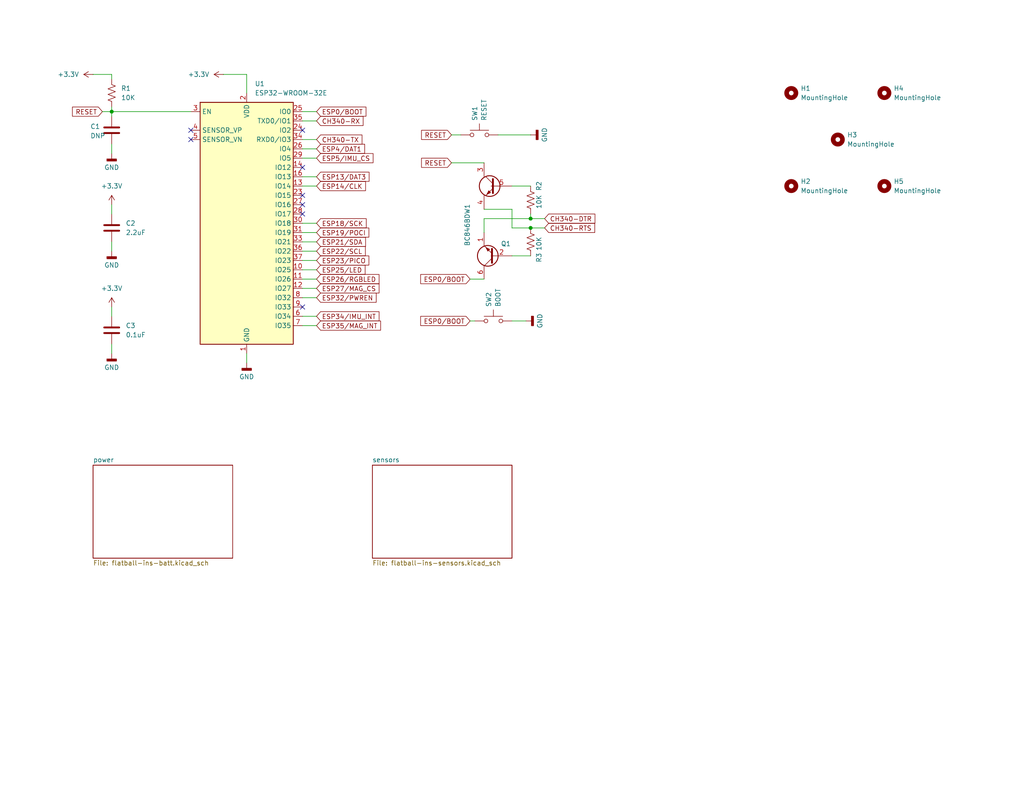
<source format=kicad_sch>
(kicad_sch (version 20250114) (generator "eeschema") (generator_version "9.0")
  (paper "A")
  (lib_symbols
    (symbol "BC847_1" (pin_names (offset 0) (hide yes))
      (property "Reference" "Q1" (at 5.08 1.2701 0))
      (property "Value" "BC846BDW1" (at 5.08 -1.2699 0))
      (symbol "BC847_1_0_1"
        (circle (center 21.336 6.35) (radius 2.8194) (stroke (width 0.254)))
        (polyline (pts (xy 21.844 4.572) (xy 21.336 5.08) (xy 20.828 4.064) (xy 21.844 4.572) (xy 21.844 4.572)) (fill (type outline)))
        (circle (center 21.844 -12.7) (radius 2.8194) (stroke (width 0.254)))
        (polyline (pts (xy 22.098 -10.922) (xy 21.59 -11.43) (xy 21.082 -10.414) (xy 22.098 -10.922) (xy 22.098 -10.922)) (fill (type outline)))
        (polyline (pts (xy 22.479 8.255) (xy 22.479 4.445) (xy 22.479 4.445)) (stroke (width 0.508)))
        (polyline (pts (xy 22.479 6.985) (xy 20.574 8.89)))
        (polyline (pts (xy 22.479 5.715) (xy 20.574 3.81) (xy 20.574 3.81)))
        (polyline (pts (xy 22.733 -12.065) (xy 20.828 -10.16) (xy 20.828 -10.16)))
        (polyline (pts (xy 22.733 -13.335) (xy 20.828 -15.24)))
        (polyline (pts (xy 22.733 -14.605) (xy 22.733 -10.795) (xy 22.733 -10.795)) (stroke (width 0.508)))
      )
      (symbol "BC847_1_1_1"
        (pin input line (at 20.32 12.7 270) (length 3.81) (name "C") (number "6"))
        (pin input line (at 20.32 0 90) (length 3.81) (name "E") (number "1"))
        (pin input line (at 20.32 -6.35 270) (length 3.81) (name "E") (number "4"))
        (pin input line (at 20.32 -19.05 90) (length 3.81) (name "C") (number "3"))
        (pin input line (at 27.94 6.35 180) (length 5.715) (name "B") (number "2"))
        (pin input line (at 27.94 -12.7 180) (length 5.715) (name "C") (number "5"))
      )
    )
    (symbol "Device:C" (pin_numbers (hide yes)) (pin_names (offset 0.254))
      (property "Reference" "C" (at 0.635 2.54 0))
      (property "Value" "C" (at 0.635 -2.54 0))
      (symbol "C_0_1"
        (polyline (pts (xy -2.032 0.762) (xy 2.032 0.762)) (stroke (width 0.508)))
        (polyline (pts (xy -2.032 -0.762) (xy 2.032 -0.762)) (stroke (width 0.508)))
      )
      (symbol "C_1_1"
        (pin passive line (at 0 3.81 270) (length 2.794) (name "~") (number "1"))
        (pin passive line (at 0 -3.81 90) (length 2.794) (name "~") (number "2"))
      )
    )
    (symbol "Device:R_US" (pin_numbers (hide yes)) (pin_names (offset 0))
      (property "Reference" "R" (at 2.54 0 90))
      (property "Value" "R_US" (at -2.54 0 90))
      (symbol "R_US_0_1"
        (polyline (pts (xy 0 2.286) (xy 0 2.54)))
        (polyline (pts (xy 0 2.286) (xy 1.016 1.905) (xy 0 1.524) (xy -1.016 1.143) (xy 0 0.762)))
        (polyline (pts (xy 0 0.762) (xy 1.016 0.381) (xy 0 0) (xy -1.016 -0.381) (xy 0 -0.762)))
        (polyline (pts (xy 0 -0.762) (xy 1.016 -1.143) (xy 0 -1.524) (xy -1.016 -1.905) (xy 0 -2.286)))
        (polyline (pts (xy 0 -2.286) (xy 0 -2.54)))
      )
      (symbol "R_US_1_1"
        (pin passive line (at 0 3.81 270) (length 1.27) (name "~") (number "1"))
        (pin passive line (at 0 -3.81 90) (length 1.27) (name "~") (number "2"))
      )
    )
    (symbol "Mechanical:MountingHole" (pin_names (offset 1.016)) (exclude_from_sim yes) (in_bom no)
      (property "Reference" "H" (at 0 5.08 0))
      (property "Value" "MountingHole" (at 0 3.175 0))
      (symbol "MountingHole_0_1"
        (circle (center 0 0) (radius 1.27) (stroke (width 1.27)))
      )
    )
    (symbol "RF_Module:ESP32-WROOM-32E"
      (property "Reference" "U" (at -12.7 34.29 0))
      (property "Value" "ESP32-WROOM-32E" (at 1.27 34.29 0))
      (symbol "ESP32-WROOM-32E_0_1"
        (rectangle (start -12.7 33.02) (end 12.7 -33.02) (stroke (width 0.254)) (fill (type background)))
      )
      (symbol "ESP32-WROOM-32E_1_1"
        (pin input line (at -15.24 30.48 0) (length 2.54) (name "EN") (number "3"))
        (pin input line (at -15.24 25.4 0) (length 2.54) (name "SENSOR_VP") (number "4"))
        (pin input line (at -15.24 22.86 0) (length 2.54) (name "SENSOR_VN") (number "5"))
        (pin no_connect line (at -12.7 0 0) (length 2.54) (hide yes) (name "NC") (number "21"))
        (pin no_connect line (at -12.7 -2.54 0) (length 2.54) (hide yes) (name "NC") (number "22"))
        (pin no_connect line (at -12.7 -5.08 0) (length 2.54) (hide yes) (name "NC") (number "17"))
        (pin no_connect line (at -12.7 -7.62 0) (length 2.54) (hide yes) (name "NC") (number "18"))
        (pin no_connect line (at -12.7 -10.16 0) (length 2.54) (hide yes) (name "NC") (number "20"))
        (pin no_connect line (at -12.7 -12.7 0) (length 2.54) (hide yes) (name "NC") (number "19"))
        (pin no_connect line (at -12.7 -27.94 0) (length 2.54) (hide yes) (name "NC") (number "32"))
        (pin power_in line (at 0 35.56 270) (length 2.54) (name "VDD") (number "2"))
        (pin power_in line (at 0 -35.56 90) (length 2.54) (name "GND") (number "1"))
        (pin passive line (at 0 -35.56 90) (length 2.54) (hide yes) (name "GND") (number "15"))
        (pin passive line (at 0 -35.56 90) (length 2.54) (hide yes) (name "GND") (number "38"))
        (pin passive line (at 0 -35.56 90) (length 2.54) (hide yes) (name "GND") (number "39"))
        (pin bidirectional line (at 15.24 30.48 180) (length 2.54) (name "IO0") (number "25"))
        (pin bidirectional line (at 15.24 27.94 180) (length 2.54) (name "TXD0/IO1") (number "35"))
        (pin bidirectional line (at 15.24 25.4 180) (length 2.54) (name "IO2") (number "24"))
        (pin bidirectional line (at 15.24 22.86 180) (length 2.54) (name "RXD0/IO3") (number "34"))
        (pin bidirectional line (at 15.24 20.32 180) (length 2.54) (name "IO4") (number "26"))
        (pin bidirectional line (at 15.24 17.78 180) (length 2.54) (name "IO5") (number "29"))
        (pin bidirectional line (at 15.24 15.24 180) (length 2.54) (name "IO12") (number "14"))
        (pin bidirectional line (at 15.24 12.7 180) (length 2.54) (name "IO13") (number "16"))
        (pin bidirectional line (at 15.24 10.16 180) (length 2.54) (name "IO14") (number "13"))
        (pin bidirectional line (at 15.24 7.62 180) (length 2.54) (name "IO15") (number "23"))
        (pin bidirectional line (at 15.24 5.08 180) (length 2.54) (name "IO16") (number "27"))
        (pin bidirectional line (at 15.24 2.54 180) (length 2.54) (name "IO17") (number "28"))
        (pin bidirectional line (at 15.24 0 180) (length 2.54) (name "IO18") (number "30"))
        (pin bidirectional line (at 15.24 -2.54 180) (length 2.54) (name "IO19") (number "31"))
        (pin bidirectional line (at 15.24 -5.08 180) (length 2.54) (name "IO21") (number "33"))
        (pin bidirectional line (at 15.24 -7.62 180) (length 2.54) (name "IO22") (number "36"))
        (pin bidirectional line (at 15.24 -10.16 180) (length 2.54) (name "IO23") (number "37"))
        (pin bidirectional line (at 15.24 -12.7 180) (length 2.54) (name "IO25") (number "10"))
        (pin bidirectional line (at 15.24 -15.24 180) (length 2.54) (name "IO26") (number "11"))
        (pin bidirectional line (at 15.24 -17.78 180) (length 2.54) (name "IO27") (number "12"))
        (pin bidirectional line (at 15.24 -20.32 180) (length 2.54) (name "IO32") (number "8"))
        (pin bidirectional line (at 15.24 -22.86 180) (length 2.54) (name "IO33") (number "9"))
        (pin input line (at 15.24 -25.4 180) (length 2.54) (name "IO34") (number "6"))
        (pin input line (at 15.24 -27.94 180) (length 2.54) (name "IO35") (number "7"))
      )
    )
    (symbol "Switch:SW_Push" (pin_numbers (hide yes)) (pin_names (offset 1.016) (hide yes))
      (property "Reference" "SW" (at 1.27 2.54 0))
      (property "Value" "SW_Push" (at 0 -1.524 0))
      (symbol "SW_Push_0_1"
        (circle (center -2.032 0) (radius 0.508))
        (polyline (pts (xy 0 1.27) (xy 0 3.048)))
        (circle (center 2.032 0) (radius 0.508))
        (polyline (pts (xy 2.54 1.27) (xy -2.54 1.27)))
        (pin passive line (at -5.08 0 0) (length 2.54) (name "1") (number "1"))
        (pin passive line (at 5.08 0 180) (length 2.54) (name "2") (number "2"))
      )
    )
    (symbol "power:+3.3V" (power) (pin_numbers (hide yes)) (pin_names (offset 0) (hide yes))
      (property "Value" "+3.3V" (at 0 3.556 0))
      (symbol "+3.3V_0_1"
        (polyline (pts (xy -0.762 1.27) (xy 0 2.54)))
        (polyline (pts (xy 0 2.54) (xy 0.762 1.27)))
        (polyline (pts (xy 0 0) (xy 0 2.54)))
      )
      (symbol "+3.3V_1_1"
        (pin power_in line (at 0 0 90) (length 0) (name "~") (number "1"))
      )
    )
    (symbol "power:GNDD" (power) (pin_numbers (hide yes)) (pin_names (offset 0) (hide yes))
      (property "Value" "GNDD" (at 0 -3.175 0))
      (symbol "GNDD_0_1"
        (rectangle (start -1.27 -1.524) (end 1.27 -2.032) (stroke (width 0.254)) (fill (type outline)))
        (polyline (pts (xy 0 0) (xy 0 -1.524)))
      )
      (symbol "GNDD_1_1"
        (pin power_in line (at 0 0 270) (length 0) (name "~") (number "1"))
      )
    )
  )
  (junction (at 144.78 59.69))
  (junction (at 30.48 30.48))
  (junction (at 144.78 62.23))
  (no_connect (at 82.55 83.82))
  (no_connect (at 52.07 35.56))
  (no_connect (at 82.55 45.72))
  (no_connect (at 82.55 35.56))
  (no_connect (at 82.55 58.42))
  (no_connect (at 82.55 55.88))
  (no_connect (at 52.07 38.1))
  (no_connect (at 82.55 53.34))
  (wire (pts (xy 30.48 30.48) (xy 52.07 30.48)))
  (wire (pts (xy 128.27 76.2) (xy 132.08 76.2)))
  (wire (pts (xy 30.48 20.32) (xy 30.48 21.59)))
  (wire (pts (xy 82.55 66.04) (xy 86.36 66.04)))
  (wire (pts (xy 82.55 33.02) (xy 86.36 33.02)))
  (wire (pts (xy 82.55 63.5) (xy 86.36 63.5)))
  (wire (pts (xy 82.55 71.12) (xy 86.36 71.12)))
  (wire (pts (xy 139.7 57.15) (xy 139.7 62.23)))
  (wire (pts (xy 82.55 50.8) (xy 86.36 50.8)))
  (wire (pts (xy 139.7 87.63) (xy 143.51 87.63)))
  (wire (pts (xy 60.96 20.32) (xy 67.31 20.32)))
  (wire (pts (xy 82.55 88.9) (xy 86.36 88.9)))
  (wire (pts (xy 67.31 96.52) (xy 67.31 99.06)))
  (wire (pts (xy 123.19 36.83) (xy 125.73 36.83)))
  (wire (pts (xy 132.08 59.69) (xy 144.78 59.69)))
  (wire (pts (xy 30.48 39.37) (xy 30.48 41.91)))
  (wire (pts (xy 128.27 87.63) (xy 129.54 87.63)))
  (wire (pts (xy 82.55 78.74) (xy 86.36 78.74)))
  (wire (pts (xy 30.48 29.21) (xy 30.48 30.48)))
  (wire (pts (xy 27.94 30.48) (xy 30.48 30.48)))
  (wire (pts (xy 30.48 93.98) (xy 30.48 96.52)))
  (wire (pts (xy 144.78 62.23) (xy 148.59 62.23)))
  (wire (pts (xy 132.08 57.15) (xy 139.7 57.15)))
  (wire (pts (xy 82.55 86.36) (xy 86.36 86.36)))
  (wire (pts (xy 82.55 68.58) (xy 86.36 68.58)))
  (wire (pts (xy 82.55 81.28) (xy 86.36 81.28)))
  (wire (pts (xy 30.48 83.82) (xy 30.48 86.36)))
  (wire (pts (xy 82.55 48.26) (xy 86.36 48.26)))
  (wire (pts (xy 139.7 69.85) (xy 144.78 69.85)))
  (wire (pts (xy 82.55 76.2) (xy 86.36 76.2)))
  (wire (pts (xy 82.55 60.96) (xy 86.36 60.96)))
  (wire (pts (xy 82.55 73.66) (xy 86.36 73.66)))
  (wire (pts (xy 82.55 43.18) (xy 86.36 43.18)))
  (wire (pts (xy 135.89 36.83) (xy 144.78 36.83)))
  (wire (pts (xy 139.7 62.23) (xy 144.78 62.23)))
  (wire (pts (xy 82.55 38.1) (xy 86.36 38.1)))
  (wire (pts (xy 30.48 30.48) (xy 30.48 31.75)))
  (wire (pts (xy 82.55 30.48) (xy 86.36 30.48)))
  (wire (pts (xy 123.19 44.45) (xy 132.08 44.45)))
  (wire (pts (xy 144.78 59.69) (xy 144.78 58.42)))
  (wire (pts (xy 139.7 50.8) (xy 144.78 50.8)))
  (wire (pts (xy 132.08 63.5) (xy 132.08 59.69)))
  (wire (pts (xy 67.31 20.32) (xy 67.31 25.4)))
  (wire (pts (xy 30.48 66.04) (xy 30.48 68.58)))
  (wire (pts (xy 144.78 59.69) (xy 148.59 59.69)))
  (wire (pts (xy 25.4 20.32) (xy 30.48 20.32)))
  (wire (pts (xy 82.55 40.64) (xy 86.36 40.64)))
  (wire (pts (xy 30.48 55.88) (xy 30.48 58.42)))
  (global_label "ESP35{slash}MAG_INT" (shape input) (at 86.36 88.9 0) (property "Intersheetrefs" "${INTERSHEET_REFS}" (effects (hide yes))))
  (global_label "ESP32{slash}PWREN" (shape input) (at 86.36 81.28 0) (property "Intersheetrefs" "${INTERSHEET_REFS}" (effects (hide yes))))
  (global_label "ESP5{slash}IMU_CS" (shape input) (at 86.36 43.18 0) (property "Intersheetrefs" "${INTERSHEET_REFS}" (effects (hide yes))))
  (global_label "CH340-TX" (shape input) (at 86.36 38.1 0) (property "Intersheetrefs" "${INTERSHEET_REFS}" (effects (hide yes))))
  (global_label "CH340-RX" (shape input) (at 86.36 33.02 0) (property "Intersheetrefs" "${INTERSHEET_REFS}" (effects (hide yes))))
  (global_label "CH340-DTR" (shape input) (at 148.59 59.69 0) (property "Intersheetrefs" "${INTERSHEET_REFS}" (effects (hide yes))))
  (global_label "ESP22{slash}SCL" (shape input) (at 86.36 68.58 0) (property "Intersheetrefs" "${INTERSHEET_REFS}" (effects (hide yes))))
  (global_label "RESET" (shape input) (at 123.19 36.83 180) (property "Intersheetrefs" "${INTERSHEET_REFS}" (effects (hide yes))))
  (global_label "ESP13{slash}DAT3" (shape input) (at 86.36 48.26 0) (property "Intersheetrefs" "${INTERSHEET_REFS}" (effects (hide yes))))
  (global_label "RESET" (shape input) (at 27.94 30.48 180) (property "Intersheetrefs" "${INTERSHEET_REFS}" (effects (hide yes))))
  (global_label "ESP14{slash}CLK" (shape input) (at 86.36 50.8 0) (property "Intersheetrefs" "${INTERSHEET_REFS}" (effects (hide yes))))
  (global_label "ESP0{slash}BOOT" (shape input) (at 86.36 30.48 0) (property "Intersheetrefs" "${INTERSHEET_REFS}" (effects (hide yes))))
  (global_label "ESP25{slash}LED" (shape input) (at 86.36 73.66 0) (property "Intersheetrefs" "${INTERSHEET_REFS}" (effects (hide yes))))
  (global_label "CH340-RTS" (shape input) (at 148.59 62.23 0) (property "Intersheetrefs" "${INTERSHEET_REFS}" (effects (hide yes))))
  (global_label "ESP34{slash}IMU_INT" (shape input) (at 86.36 86.36 0) (property "Intersheetrefs" "${INTERSHEET_REFS}" (effects (hide yes))))
  (global_label "ESP26{slash}RGBLED" (shape input) (at 86.36 76.2 0) (property "Intersheetrefs" "${INTERSHEET_REFS}" (effects (hide yes))))
  (global_label "ESP18{slash}SCK" (shape input) (at 86.36 60.96 0) (property "Intersheetrefs" "${INTERSHEET_REFS}" (effects (hide yes))))
  (global_label "ESP4{slash}DAT1" (shape input) (at 86.36 40.64 0) (property "Intersheetrefs" "${INTERSHEET_REFS}" (effects (hide yes))))
  (global_label "ESP23{slash}PICO" (shape input) (at 86.36 71.12 0) (property "Intersheetrefs" "${INTERSHEET_REFS}" (effects (hide yes))))
  (global_label "RESET" (shape input) (at 123.19 44.45 180) (property "Intersheetrefs" "${INTERSHEET_REFS}" (effects (hide yes))))
  (global_label "ESP0{slash}BOOT" (shape input) (at 128.27 87.63 180) (property "Intersheetrefs" "${INTERSHEET_REFS}" (effects (hide yes))))
  (global_label "ESP21{slash}SDA" (shape input) (at 86.36 66.04 0) (property "Intersheetrefs" "${INTERSHEET_REFS}" (effects (hide yes))))
  (global_label "ESP0{slash}BOOT" (shape input) (at 128.27 76.2 180) (property "Intersheetrefs" "${INTERSHEET_REFS}" (effects (hide yes))))
  (global_label "ESP27{slash}MAG_CS" (shape input) (at 86.36 78.74 0) (property "Intersheetrefs" "${INTERSHEET_REFS}" (effects (hide yes))))
  (global_label "ESP19{slash}POCI" (shape input) (at 86.36 63.5 0) (property "Intersheetrefs" "${INTERSHEET_REFS}" (effects (hide yes))))
  (symbol (lib_id "power:GNDD") (at 144.78 36.83 90) (unit 1)
    (property "Reference" "#PWR010" (effects (hide yes)))
    (property "Value" "GND" (at 148.59 36.83 0))
    (property "Description" "Power symbol creates a global label with name \"GNDD\" , digital ground" (effects (hide yes)))
  )
  (symbol (lib_id "Device:C") (at 30.48 35.56 0) (unit 1)
    (property "Reference" "C1" (at 24.638 34.544 0) (effects (justify left)))
    (property "Value" "DNP" (at 24.638 37.084 0) (effects (justify left)))
    (property "Footprint" "Capacitor_SMD:C_0402_1005Metric_Pad0.74x0.62mm_HandSolder" (effects (hide yes)))
    (property "Description" "Unpolarized capacitor" (effects (hide yes)))
  )
  (symbol (lib_id "Device:C") (at 30.48 90.17 0) (unit 1)
    (property "Reference" "C3" (at 34.29 88.8999 0) (effects (justify left)))
    (property "Value" "0.1uF" (at 34.29 91.4399 0) (effects (justify left)))
    (property "Footprint" "Capacitor_SMD:C_0402_1005Metric_Pad0.74x0.62mm_HandSolder" (effects (hide yes)))
    (property "Description" "Unpolarized capacitor" (effects (hide yes)))
  )
  (symbol (lib_id "Device:R_US") (at 144.78 66.04 180) (unit 1)
    (property "Reference" "R3" (at 147.066 70.358 90))
    (property "Value" "10K" (at 147.066 66.548 90))
    (property "Footprint" "Resistor_SMD:R_0402_1005Metric" (effects (hide yes)))
    (property "Description" "Resistor, US symbol" (effects (hide yes)))
  )
  (symbol (lib_id "power:GNDD") (at 30.48 41.91 0) (unit 1)
    (property "Reference" "#PWR02" (effects (hide yes)))
    (property "Value" "GND" (at 30.48 45.72 0))
    (property "Description" "Power symbol creates a global label with name \"GNDD\" , digital ground" (effects (hide yes)))
  )
  (symbol (lib_id "Mechanical:MountingHole") (at 215.9 25.4 0) (unit 1) (exclude_from_sim yes) (in_bom no)
    (property "Reference" "H1" (at 218.44 24.1299 0) (effects (justify left)))
    (property "Value" "MountingHole" (at 218.44 26.6699 0) (effects (justify left)))
    (property "Footprint" "MountingHole:MountingHole_3.2mm_M3" (effects (hide yes)))
    (property "Description" "Mounting Hole without connection" (effects (hide yes)))
  )
  (symbol (lib_id "Device:C") (at 30.48 62.23 0) (unit 1)
    (property "Reference" "C2" (at 34.29 60.9599 0) (effects (justify left)))
    (property "Value" "2.2uF" (at 34.29 63.4999 0) (effects (justify left)))
    (property "Footprint" "Capacitor_SMD:C_0402_1005Metric_Pad0.74x0.62mm_HandSolder" (effects (hide yes)))
    (property "Description" "Unpolarized capacitor" (effects (hide yes)))
  )
  (symbol (lib_id "Mechanical:MountingHole") (at 228.6 38.1 0) (unit 1) (exclude_from_sim yes) (in_bom no)
    (property "Reference" "H3" (at 231.14 36.8299 0) (effects (justify left)))
    (property "Value" "MountingHole" (at 231.14 39.3699 0) (effects (justify left)))
    (property "Footprint" "MountingHole:MountingHole_3.2mm_M3" (effects (hide yes)))
    (property "Description" "Mounting Hole without connection" (effects (hide yes)))
  )
  (symbol (lib_id "power:GNDD") (at 67.31 99.06 0) (unit 1)
    (property "Reference" "#PWR08" (effects (hide yes)))
    (property "Value" "GND" (at 67.31 102.87 0))
    (property "Description" "Power symbol creates a global label with name \"GNDD\" , digital ground" (effects (hide yes)))
  )
  (symbol (lib_id "power:GNDD") (at 30.48 96.52 0) (unit 1)
    (property "Reference" "#PWR06" (effects (hide yes)))
    (property "Value" "GND" (at 30.48 100.33 0))
    (property "Description" "Power symbol creates a global label with name \"GNDD\" , digital ground" (effects (hide yes)))
  )
  (symbol (lib_id "Device:R_US") (at 144.78 54.61 0) (unit 1)
    (property "Reference" "R2" (at 147.066 50.8 90))
    (property "Value" "10K" (at 147.066 55.118 90))
    (property "Footprint" "Resistor_SMD:R_0402_1005Metric" (effects (hide yes)))
    (property "Description" "Resistor, US symbol" (effects (hide yes)))
  )
  (symbol (lib_id "Switch:SW_Push") (at 130.81 36.83 0) (unit 1)
    (property "Reference" "SW1" (at 129.5399 33.02 90) (effects (justify left)))
    (property "Value" "RESET" (at 132.0799 33.02 90) (effects (justify left)))
    (property "Footprint" "Button_Switch_SMD:SW_SPST_EVQP7C" (effects (hide yes)))
    (property "Description" "Push button switch, generic, two pins" (effects (hide yes)))
  )
  (symbol (lib_id "power:+3.3V") (at 60.96 20.32 90) (unit 1)
    (property "Reference" "#PWR07" (effects (hide yes)))
    (property "Value" "+3.3V" (at 57.15 20.3199 90) (effects (justify left)))
    (property "Description" "Power symbol creates a global label with name \"+3.3V\"" (effects (hide yes)))
  )
  (symbol (lib_id "power:+3.3V") (at 30.48 83.82 0) (unit 1)
    (property "Reference" "#PWR05" (effects (hide yes)))
    (property "Value" "+3.3V" (at 30.48 78.74 0))
    (property "Description" "Power symbol creates a global label with name \"+3.3V\"" (effects (hide yes)))
  )
  (symbol (lib_id "power:+3.3V") (at 30.48 55.88 0) (unit 1)
    (property "Reference" "#PWR03" (effects (hide yes)))
    (property "Value" "+3.3V" (at 30.48 50.8 0))
    (property "Description" "Power symbol creates a global label with name \"+3.3V\"" (effects (hide yes)))
  )
  (symbol (lib_id "power:+3.3V") (at 25.4 20.32 90) (unit 1)
    (property "Reference" "#PWR01" (effects (hide yes)))
    (property "Value" "+3.3V" (at 21.59 20.3199 90) (effects (justify left)))
    (property "Description" "Power symbol creates a global label with name \"+3.3V\"" (effects (hide yes)))
  )
  (symbol (lib_id "Mechanical:MountingHole") (at 241.3 50.8 0) (unit 1) (exclude_from_sim yes) (in_bom no)
    (property "Reference" "H5" (at 243.84 49.5299 0) (effects (justify left)))
    (property "Value" "MountingHole" (at 243.84 52.0699 0) (effects (justify left)))
    (property "Footprint" "MountingHole:MountingHole_3.2mm_M3" (effects (hide yes)))
    (property "Description" "Mounting Hole without connection" (effects (hide yes)))
  )
  (symbol (lib_id "Device:R_US") (at 30.48 25.4 0) (unit 1)
    (property "Reference" "R1" (at 33.02 24.1299 0) (effects (justify left)))
    (property "Value" "10K" (at 33.02 26.6699 0) (effects (justify left)))
    (property "Footprint" "Resistor_SMD:R_0402_1005Metric" (effects (hide yes)))
    (property "Description" "Resistor, US symbol" (effects (hide yes)))
  )
  (symbol (lib_id "Switch:SW_Push") (at 134.62 87.63 0) (unit 1)
    (property "Reference" "SW2" (at 133.3499 83.82 90) (effects (justify left)))
    (property "Value" "BOOT" (at 135.8899 83.82 90) (effects (justify left)))
    (property "Footprint" "Button_Switch_SMD:SW_SPST_EVQP7C" (effects (hide yes)))
    (property "Description" "Push button switch, generic, two pins" (effects (hide yes)))
  )
  (symbol (lib_id "power:GNDD") (at 30.48 68.58 0) (unit 1)
    (property "Reference" "#PWR04" (effects (hide yes)))
    (property "Value" "GND" (at 30.48 72.39 0))
    (property "Description" "Power symbol creates a global label with name \"GNDD\" , digital ground" (effects (hide yes)))
  )
  (symbol (lib_name "BC847_1") (lib_id "Transistor_BJT:BC847") (at 111.76 63.5 0) (mirror x) (unit 1)
    (property "Reference" "Q1" (at 136.652 66.548 0) (effects (justify left)))
    (property "Value" "BC846BDW1" (at 127.508 55.626 90) (effects (justify left)))
    (property "Footprint" "Package_SO:TSOP-6_1.65x3.05mm_P0.95mm" (effects (hide yes)))
    (property "Datasheet" "https://www.onsemi.com/pdf/datasheet/bc846bdw1t1-d.pdf" (effects (hide yes)))
    (property "Description" "0.1A Ic, 45V Vce, NPN Transistor, SOT-23" (effects (hide yes)))
  )
  (symbol (lib_id "RF_Module:ESP32-WROOM-32E") (at 67.31 60.96 0) (unit 1)
    (property "Reference" "U1" (at 69.5041 22.86 0) (effects (justify left)))
    (property "Value" "ESP32-WROOM-32E" (at 69.5041 25.4 0) (effects (justify left)))
    (property "Footprint" "RF_Module:ESP32-WROOM-32D" (effects (hide yes)))
    (property "Datasheet" "https://www.espressif.com/sites/default/files/documentation/esp32-wroom-32e_esp32-wroom-32ue_datasheet_en.pdf" (effects (hide yes)))
    (property "Description" "RF Module, ESP32-D0WD-V3 SoC, without PSRAM, Wi-Fi 802.11b/g/n, Bluetooth, BLE, 32-bit, 2.7-3.6V, onboard antenna, SMD" (effects (hide yes)))
  )
  (symbol (lib_id "Mechanical:MountingHole") (at 215.9 50.8 0) (unit 1) (exclude_from_sim yes) (in_bom no)
    (property "Reference" "H2" (at 218.44 49.5299 0) (effects (justify left)))
    (property "Value" "MountingHole" (at 218.44 52.0699 0) (effects (justify left)))
    (property "Footprint" "MountingHole:MountingHole_3.2mm_M3" (effects (hide yes)))
    (property "Description" "Mounting Hole without connection" (effects (hide yes)))
  )
  (symbol (lib_id "power:GNDD") (at 143.51 87.63 90) (unit 1)
    (property "Reference" "#PWR09" (effects (hide yes)))
    (property "Value" "GND" (at 147.32 87.63 0))
    (property "Description" "Power symbol creates a global label with name \"GNDD\" , digital ground" (effects (hide yes)))
  )
  (symbol (lib_id "Mechanical:MountingHole") (at 241.3 25.4 0) (unit 1) (exclude_from_sim yes) (in_bom no)
    (property "Reference" "H4" (at 243.84 24.1299 0) (effects (justify left)))
    (property "Value" "MountingHole" (at 243.84 26.6699 0) (effects (justify left)))
    (property "Footprint" "MountingHole:MountingHole_3.2mm_M3" (effects (hide yes)))
    (property "Description" "Mounting Hole without connection" (effects (hide yes)))
  )
  (sheet (at 25.4 127) (size 38.1 25.4) (stroke (width 0.1524))
    (property "Sheetname" "power" (at 25.4 126.2884 0) (effects (justify left bottom)))
    (property "Sheetfile" "flatball-ins-batt.kicad_sch" (at 25.4 152.9846 0) (effects (justify left top)))
  )
  (sheet (at 101.6 127) (size 38.1 25.4) (stroke (width 0.1524))
    (property "Sheetname" "sensors" (at 101.6 126.2884 0) (effects (justify left bottom)))
    (property "Sheetfile" "flatball-ins-sensors.kicad_sch" (at 101.6 152.9846 0) (effects (justify left top)))
  )
)
</source>
